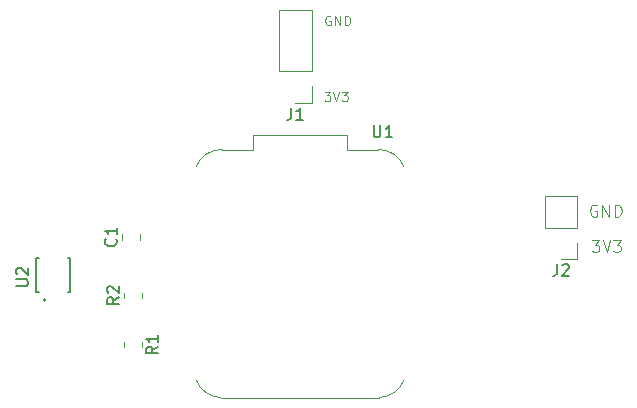
<source format=gbr>
%TF.GenerationSoftware,KiCad,Pcbnew,9.0.7*%
%TF.CreationDate,2026-02-01T15:04:17-08:00*%
%TF.ProjectId,SensingDevice,53656e73-696e-4674-9465-766963652e6b,rev?*%
%TF.SameCoordinates,Original*%
%TF.FileFunction,Legend,Top*%
%TF.FilePolarity,Positive*%
%FSLAX46Y46*%
G04 Gerber Fmt 4.6, Leading zero omitted, Abs format (unit mm)*
G04 Created by KiCad (PCBNEW 9.0.7) date 2026-02-01 15:04:17*
%MOMM*%
%LPD*%
G01*
G04 APERTURE LIST*
%ADD10C,0.100000*%
%ADD11C,0.150000*%
%ADD12C,0.120000*%
%ADD13C,0.152400*%
G04 APERTURE END LIST*
D10*
X135980074Y-77496895D02*
X136475312Y-77496895D01*
X136475312Y-77496895D02*
X136208646Y-77801657D01*
X136208646Y-77801657D02*
X136322931Y-77801657D01*
X136322931Y-77801657D02*
X136399122Y-77839752D01*
X136399122Y-77839752D02*
X136437217Y-77877847D01*
X136437217Y-77877847D02*
X136475312Y-77954038D01*
X136475312Y-77954038D02*
X136475312Y-78144514D01*
X136475312Y-78144514D02*
X136437217Y-78220704D01*
X136437217Y-78220704D02*
X136399122Y-78258800D01*
X136399122Y-78258800D02*
X136322931Y-78296895D01*
X136322931Y-78296895D02*
X136094360Y-78296895D01*
X136094360Y-78296895D02*
X136018169Y-78258800D01*
X136018169Y-78258800D02*
X135980074Y-78220704D01*
X136703884Y-77496895D02*
X136970551Y-78296895D01*
X136970551Y-78296895D02*
X137237217Y-77496895D01*
X137427693Y-77496895D02*
X137922931Y-77496895D01*
X137922931Y-77496895D02*
X137656265Y-77801657D01*
X137656265Y-77801657D02*
X137770550Y-77801657D01*
X137770550Y-77801657D02*
X137846741Y-77839752D01*
X137846741Y-77839752D02*
X137884836Y-77877847D01*
X137884836Y-77877847D02*
X137922931Y-77954038D01*
X137922931Y-77954038D02*
X137922931Y-78144514D01*
X137922931Y-78144514D02*
X137884836Y-78220704D01*
X137884836Y-78220704D02*
X137846741Y-78258800D01*
X137846741Y-78258800D02*
X137770550Y-78296895D01*
X137770550Y-78296895D02*
X137541979Y-78296895D01*
X137541979Y-78296895D02*
X137465788Y-78258800D01*
X137465788Y-78258800D02*
X137427693Y-78220704D01*
X136475312Y-71134990D02*
X136399122Y-71096895D01*
X136399122Y-71096895D02*
X136284836Y-71096895D01*
X136284836Y-71096895D02*
X136170550Y-71134990D01*
X136170550Y-71134990D02*
X136094360Y-71211180D01*
X136094360Y-71211180D02*
X136056265Y-71287371D01*
X136056265Y-71287371D02*
X136018169Y-71439752D01*
X136018169Y-71439752D02*
X136018169Y-71554038D01*
X136018169Y-71554038D02*
X136056265Y-71706419D01*
X136056265Y-71706419D02*
X136094360Y-71782609D01*
X136094360Y-71782609D02*
X136170550Y-71858800D01*
X136170550Y-71858800D02*
X136284836Y-71896895D01*
X136284836Y-71896895D02*
X136361027Y-71896895D01*
X136361027Y-71896895D02*
X136475312Y-71858800D01*
X136475312Y-71858800D02*
X136513408Y-71820704D01*
X136513408Y-71820704D02*
X136513408Y-71554038D01*
X136513408Y-71554038D02*
X136361027Y-71554038D01*
X136856265Y-71896895D02*
X136856265Y-71096895D01*
X136856265Y-71096895D02*
X137313408Y-71896895D01*
X137313408Y-71896895D02*
X137313408Y-71096895D01*
X137694360Y-71896895D02*
X137694360Y-71096895D01*
X137694360Y-71096895D02*
X137884836Y-71096895D01*
X137884836Y-71096895D02*
X137999122Y-71134990D01*
X137999122Y-71134990D02*
X138075312Y-71211180D01*
X138075312Y-71211180D02*
X138113407Y-71287371D01*
X138113407Y-71287371D02*
X138151503Y-71439752D01*
X138151503Y-71439752D02*
X138151503Y-71554038D01*
X138151503Y-71554038D02*
X138113407Y-71706419D01*
X138113407Y-71706419D02*
X138075312Y-71782609D01*
X138075312Y-71782609D02*
X137999122Y-71858800D01*
X137999122Y-71858800D02*
X137884836Y-71896895D01*
X137884836Y-71896895D02*
X137694360Y-71896895D01*
X158608646Y-90072419D02*
X159227693Y-90072419D01*
X159227693Y-90072419D02*
X158894360Y-90453371D01*
X158894360Y-90453371D02*
X159037217Y-90453371D01*
X159037217Y-90453371D02*
X159132455Y-90500990D01*
X159132455Y-90500990D02*
X159180074Y-90548609D01*
X159180074Y-90548609D02*
X159227693Y-90643847D01*
X159227693Y-90643847D02*
X159227693Y-90881942D01*
X159227693Y-90881942D02*
X159180074Y-90977180D01*
X159180074Y-90977180D02*
X159132455Y-91024800D01*
X159132455Y-91024800D02*
X159037217Y-91072419D01*
X159037217Y-91072419D02*
X158751503Y-91072419D01*
X158751503Y-91072419D02*
X158656265Y-91024800D01*
X158656265Y-91024800D02*
X158608646Y-90977180D01*
X159513408Y-90072419D02*
X159846741Y-91072419D01*
X159846741Y-91072419D02*
X160180074Y-90072419D01*
X160418170Y-90072419D02*
X161037217Y-90072419D01*
X161037217Y-90072419D02*
X160703884Y-90453371D01*
X160703884Y-90453371D02*
X160846741Y-90453371D01*
X160846741Y-90453371D02*
X160941979Y-90500990D01*
X160941979Y-90500990D02*
X160989598Y-90548609D01*
X160989598Y-90548609D02*
X161037217Y-90643847D01*
X161037217Y-90643847D02*
X161037217Y-90881942D01*
X161037217Y-90881942D02*
X160989598Y-90977180D01*
X160989598Y-90977180D02*
X160941979Y-91024800D01*
X160941979Y-91024800D02*
X160846741Y-91072419D01*
X160846741Y-91072419D02*
X160561027Y-91072419D01*
X160561027Y-91072419D02*
X160465789Y-91024800D01*
X160465789Y-91024800D02*
X160418170Y-90977180D01*
X159027693Y-87120038D02*
X158932455Y-87072419D01*
X158932455Y-87072419D02*
X158789598Y-87072419D01*
X158789598Y-87072419D02*
X158646741Y-87120038D01*
X158646741Y-87120038D02*
X158551503Y-87215276D01*
X158551503Y-87215276D02*
X158503884Y-87310514D01*
X158503884Y-87310514D02*
X158456265Y-87500990D01*
X158456265Y-87500990D02*
X158456265Y-87643847D01*
X158456265Y-87643847D02*
X158503884Y-87834323D01*
X158503884Y-87834323D02*
X158551503Y-87929561D01*
X158551503Y-87929561D02*
X158646741Y-88024800D01*
X158646741Y-88024800D02*
X158789598Y-88072419D01*
X158789598Y-88072419D02*
X158884836Y-88072419D01*
X158884836Y-88072419D02*
X159027693Y-88024800D01*
X159027693Y-88024800D02*
X159075312Y-87977180D01*
X159075312Y-87977180D02*
X159075312Y-87643847D01*
X159075312Y-87643847D02*
X158884836Y-87643847D01*
X159503884Y-88072419D02*
X159503884Y-87072419D01*
X159503884Y-87072419D02*
X160075312Y-88072419D01*
X160075312Y-88072419D02*
X160075312Y-87072419D01*
X160551503Y-88072419D02*
X160551503Y-87072419D01*
X160551503Y-87072419D02*
X160789598Y-87072419D01*
X160789598Y-87072419D02*
X160932455Y-87120038D01*
X160932455Y-87120038D02*
X161027693Y-87215276D01*
X161027693Y-87215276D02*
X161075312Y-87310514D01*
X161075312Y-87310514D02*
X161122931Y-87500990D01*
X161122931Y-87500990D02*
X161122931Y-87643847D01*
X161122931Y-87643847D02*
X161075312Y-87834323D01*
X161075312Y-87834323D02*
X161027693Y-87929561D01*
X161027693Y-87929561D02*
X160932455Y-88024800D01*
X160932455Y-88024800D02*
X160789598Y-88072419D01*
X160789598Y-88072419D02*
X160551503Y-88072419D01*
D11*
X121854819Y-99079166D02*
X121378628Y-99412499D01*
X121854819Y-99650594D02*
X120854819Y-99650594D01*
X120854819Y-99650594D02*
X120854819Y-99269642D01*
X120854819Y-99269642D02*
X120902438Y-99174404D01*
X120902438Y-99174404D02*
X120950057Y-99126785D01*
X120950057Y-99126785D02*
X121045295Y-99079166D01*
X121045295Y-99079166D02*
X121188152Y-99079166D01*
X121188152Y-99079166D02*
X121283390Y-99126785D01*
X121283390Y-99126785D02*
X121331009Y-99174404D01*
X121331009Y-99174404D02*
X121378628Y-99269642D01*
X121378628Y-99269642D02*
X121378628Y-99650594D01*
X121854819Y-98126785D02*
X121854819Y-98698213D01*
X121854819Y-98412499D02*
X120854819Y-98412499D01*
X120854819Y-98412499D02*
X120997676Y-98507737D01*
X120997676Y-98507737D02*
X121092914Y-98602975D01*
X121092914Y-98602975D02*
X121140533Y-98698213D01*
X118279580Y-89966666D02*
X118327200Y-90014285D01*
X118327200Y-90014285D02*
X118374819Y-90157142D01*
X118374819Y-90157142D02*
X118374819Y-90252380D01*
X118374819Y-90252380D02*
X118327200Y-90395237D01*
X118327200Y-90395237D02*
X118231961Y-90490475D01*
X118231961Y-90490475D02*
X118136723Y-90538094D01*
X118136723Y-90538094D02*
X117946247Y-90585713D01*
X117946247Y-90585713D02*
X117803390Y-90585713D01*
X117803390Y-90585713D02*
X117612914Y-90538094D01*
X117612914Y-90538094D02*
X117517676Y-90490475D01*
X117517676Y-90490475D02*
X117422438Y-90395237D01*
X117422438Y-90395237D02*
X117374819Y-90252380D01*
X117374819Y-90252380D02*
X117374819Y-90157142D01*
X117374819Y-90157142D02*
X117422438Y-90014285D01*
X117422438Y-90014285D02*
X117470057Y-89966666D01*
X118374819Y-89014285D02*
X118374819Y-89585713D01*
X118374819Y-89299999D02*
X117374819Y-89299999D01*
X117374819Y-89299999D02*
X117517676Y-89395237D01*
X117517676Y-89395237D02*
X117612914Y-89490475D01*
X117612914Y-89490475D02*
X117660533Y-89585713D01*
X118554819Y-94916666D02*
X118078628Y-95249999D01*
X118554819Y-95488094D02*
X117554819Y-95488094D01*
X117554819Y-95488094D02*
X117554819Y-95107142D01*
X117554819Y-95107142D02*
X117602438Y-95011904D01*
X117602438Y-95011904D02*
X117650057Y-94964285D01*
X117650057Y-94964285D02*
X117745295Y-94916666D01*
X117745295Y-94916666D02*
X117888152Y-94916666D01*
X117888152Y-94916666D02*
X117983390Y-94964285D01*
X117983390Y-94964285D02*
X118031009Y-95011904D01*
X118031009Y-95011904D02*
X118078628Y-95107142D01*
X118078628Y-95107142D02*
X118078628Y-95488094D01*
X117650057Y-94535713D02*
X117602438Y-94488094D01*
X117602438Y-94488094D02*
X117554819Y-94392856D01*
X117554819Y-94392856D02*
X117554819Y-94154761D01*
X117554819Y-94154761D02*
X117602438Y-94059523D01*
X117602438Y-94059523D02*
X117650057Y-94011904D01*
X117650057Y-94011904D02*
X117745295Y-93964285D01*
X117745295Y-93964285D02*
X117840533Y-93964285D01*
X117840533Y-93964285D02*
X117983390Y-94011904D01*
X117983390Y-94011904D02*
X118554819Y-94583332D01*
X118554819Y-94583332D02*
X118554819Y-93964285D01*
X109854819Y-93961904D02*
X110664342Y-93961904D01*
X110664342Y-93961904D02*
X110759580Y-93914285D01*
X110759580Y-93914285D02*
X110807200Y-93866666D01*
X110807200Y-93866666D02*
X110854819Y-93771428D01*
X110854819Y-93771428D02*
X110854819Y-93580952D01*
X110854819Y-93580952D02*
X110807200Y-93485714D01*
X110807200Y-93485714D02*
X110759580Y-93438095D01*
X110759580Y-93438095D02*
X110664342Y-93390476D01*
X110664342Y-93390476D02*
X109854819Y-93390476D01*
X109950057Y-92961904D02*
X109902438Y-92914285D01*
X109902438Y-92914285D02*
X109854819Y-92819047D01*
X109854819Y-92819047D02*
X109854819Y-92580952D01*
X109854819Y-92580952D02*
X109902438Y-92485714D01*
X109902438Y-92485714D02*
X109950057Y-92438095D01*
X109950057Y-92438095D02*
X110045295Y-92390476D01*
X110045295Y-92390476D02*
X110140533Y-92390476D01*
X110140533Y-92390476D02*
X110283390Y-92438095D01*
X110283390Y-92438095D02*
X110854819Y-93009523D01*
X110854819Y-93009523D02*
X110854819Y-92390476D01*
X140138095Y-80354819D02*
X140138095Y-81164342D01*
X140138095Y-81164342D02*
X140185714Y-81259580D01*
X140185714Y-81259580D02*
X140233333Y-81307200D01*
X140233333Y-81307200D02*
X140328571Y-81354819D01*
X140328571Y-81354819D02*
X140519047Y-81354819D01*
X140519047Y-81354819D02*
X140614285Y-81307200D01*
X140614285Y-81307200D02*
X140661904Y-81259580D01*
X140661904Y-81259580D02*
X140709523Y-81164342D01*
X140709523Y-81164342D02*
X140709523Y-80354819D01*
X141709523Y-81354819D02*
X141138095Y-81354819D01*
X141423809Y-81354819D02*
X141423809Y-80354819D01*
X141423809Y-80354819D02*
X141328571Y-80497676D01*
X141328571Y-80497676D02*
X141233333Y-80592914D01*
X141233333Y-80592914D02*
X141138095Y-80640533D01*
X155666666Y-92109819D02*
X155666666Y-92824104D01*
X155666666Y-92824104D02*
X155619047Y-92966961D01*
X155619047Y-92966961D02*
X155523809Y-93062200D01*
X155523809Y-93062200D02*
X155380952Y-93109819D01*
X155380952Y-93109819D02*
X155285714Y-93109819D01*
X156095238Y-92205057D02*
X156142857Y-92157438D01*
X156142857Y-92157438D02*
X156238095Y-92109819D01*
X156238095Y-92109819D02*
X156476190Y-92109819D01*
X156476190Y-92109819D02*
X156571428Y-92157438D01*
X156571428Y-92157438D02*
X156619047Y-92205057D01*
X156619047Y-92205057D02*
X156666666Y-92300295D01*
X156666666Y-92300295D02*
X156666666Y-92395533D01*
X156666666Y-92395533D02*
X156619047Y-92538390D01*
X156619047Y-92538390D02*
X156047619Y-93109819D01*
X156047619Y-93109819D02*
X156666666Y-93109819D01*
X133166666Y-78874819D02*
X133166666Y-79589104D01*
X133166666Y-79589104D02*
X133119047Y-79731961D01*
X133119047Y-79731961D02*
X133023809Y-79827200D01*
X133023809Y-79827200D02*
X132880952Y-79874819D01*
X132880952Y-79874819D02*
X132785714Y-79874819D01*
X134166666Y-79874819D02*
X133595238Y-79874819D01*
X133880952Y-79874819D02*
X133880952Y-78874819D01*
X133880952Y-78874819D02*
X133785714Y-79017676D01*
X133785714Y-79017676D02*
X133690476Y-79112914D01*
X133690476Y-79112914D02*
X133595238Y-79160533D01*
D12*
%TO.C,R1*%
X119015000Y-98685436D02*
X119015000Y-99139564D01*
X120485000Y-98685436D02*
X120485000Y-99139564D01*
%TO.C,C1*%
X118865000Y-90061252D02*
X118865000Y-89538748D01*
X120335000Y-90061252D02*
X120335000Y-89538748D01*
%TO.C,R2*%
X119015000Y-94977064D02*
X119015000Y-94522936D01*
X120485000Y-94977064D02*
X120485000Y-94522936D01*
D13*
%TO.C,U2*%
X112351411Y-95151126D02*
G75*
G02*
X112148211Y-95151126I-101600J0D01*
G01*
X112148211Y-95151126D02*
G75*
G02*
X112351411Y-95151126I101600J0D01*
G01*
X114422400Y-94422400D02*
X114422400Y-91577600D01*
X114422400Y-91577600D02*
X114209929Y-91577600D01*
X111577600Y-91577600D02*
X111577600Y-94422400D01*
X111577600Y-94422400D02*
X111790071Y-94422400D01*
X114209929Y-94422400D02*
X114422400Y-94422400D01*
X111790071Y-91577600D02*
X111577600Y-91577600D01*
D12*
%TO.C,U1*%
X127200000Y-103400000D02*
X140600000Y-103400000D01*
X129900000Y-81200000D02*
X137900000Y-81200000D01*
X129900000Y-82400000D02*
X127300000Y-82400000D01*
X129900000Y-82400000D02*
X129900000Y-81200000D01*
X137900000Y-81200000D02*
X137900000Y-82400000D01*
X140500000Y-82400000D02*
X137900000Y-82400000D01*
X125087108Y-83895320D02*
G75*
G02*
X127299532Y-82400001I2135279J-774913D01*
G01*
X127200000Y-103400000D02*
G75*
G02*
X125100000Y-101900000I74105J2323747D01*
G01*
X140500000Y-82400001D02*
G75*
G02*
X142704030Y-83898538I64720J-2274909D01*
G01*
X142700000Y-101900000D02*
G75*
G02*
X140600000Y-103400003I-2174110J823750D01*
G01*
%TO.C,J2*%
X157380000Y-91655000D02*
X156000000Y-91655000D01*
X157380000Y-90275000D02*
X157380000Y-91655000D01*
X157380000Y-89005000D02*
X157380000Y-86355000D01*
X157380000Y-89005000D02*
X154620000Y-89005000D01*
X157380000Y-86355000D02*
X154620000Y-86355000D01*
X154620000Y-89005000D02*
X154620000Y-86355000D01*
%TO.C,J1*%
X134880000Y-78420000D02*
X133500000Y-78420000D01*
X134880000Y-77040000D02*
X134880000Y-78420000D01*
X134880000Y-75770000D02*
X134880000Y-70580000D01*
X134880000Y-75770000D02*
X132120000Y-75770000D01*
X134880000Y-70580000D02*
X132120000Y-70580000D01*
X132120000Y-75770000D02*
X132120000Y-70580000D01*
%TD*%
M02*

</source>
